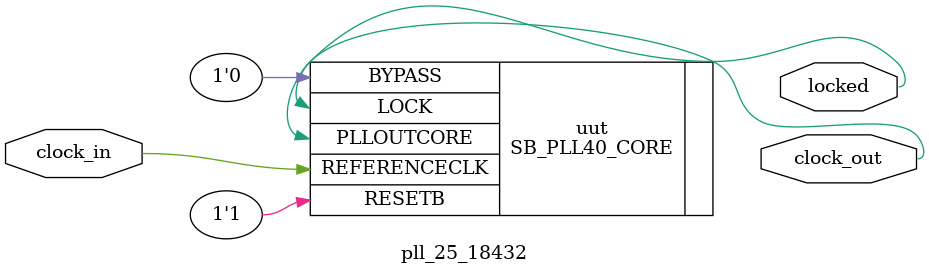
<source format=v>
/**
 * PLL configuration
 *
 * This Verilog module was generated automatically
 * using the icepll tool from the IceStorm project.
 * Use at your own risk.
 *
 * Given input frequency:        25.000 MHz
 * Requested output frequency:   18.432 MHz
 * Achieved output frequency:    18.359 MHz
 */

module pll_25_18432(
	input  clock_in,
	output clock_out,
	output locked
	);

SB_PLL40_CORE #(
		.FEEDBACK_PATH("SIMPLE"),
		.DIVR(4'b0001),		// DIVR =  1
		.DIVF(7'b0101110),	// DIVF = 46
		.DIVQ(3'b101),		// DIVQ =  5
		.FILTER_RANGE(3'b001)	// FILTER_RANGE = 1
	) uut (
		.LOCK(locked),
		.RESETB(1'b1),
		.BYPASS(1'b0),
		.REFERENCECLK(clock_in),
		.PLLOUTCORE(clock_out)
		);

endmodule

</source>
